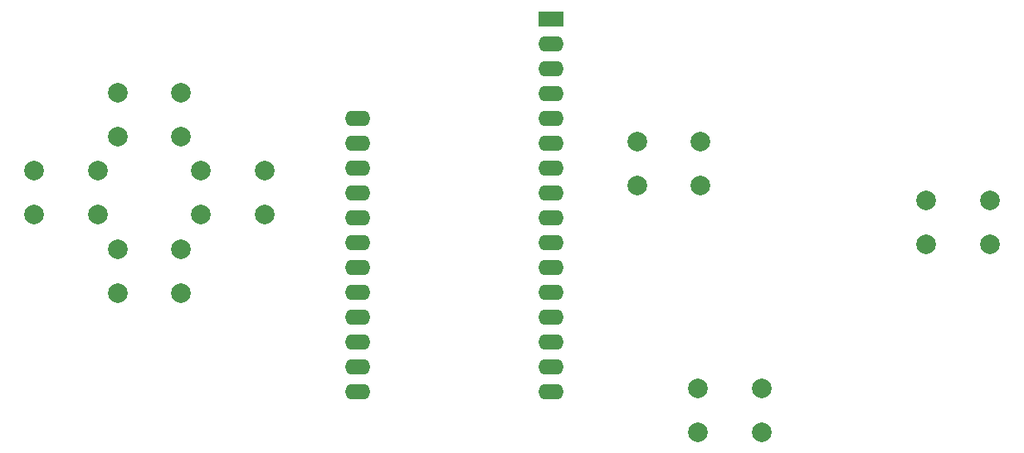
<source format=gbr>
%TF.GenerationSoftware,KiCad,Pcbnew,9.0.6*%
%TF.CreationDate,2025-11-30T22:40:07-05:00*%
%TF.ProjectId,BMO_Controller_PCB,424d4f5f-436f-46e7-9472-6f6c6c65725f,rev?*%
%TF.SameCoordinates,Original*%
%TF.FileFunction,Soldermask,Top*%
%TF.FilePolarity,Negative*%
%FSLAX46Y46*%
G04 Gerber Fmt 4.6, Leading zero omitted, Abs format (unit mm)*
G04 Created by KiCad (PCBNEW 9.0.6) date 2025-11-30 22:40:07*
%MOMM*%
%LPD*%
G01*
G04 APERTURE LIST*
G04 Aperture macros list*
%AMRoundRect*
0 Rectangle with rounded corners*
0 $1 Rounding radius*
0 $2 $3 $4 $5 $6 $7 $8 $9 X,Y pos of 4 corners*
0 Add a 4 corners polygon primitive as box body*
4,1,4,$2,$3,$4,$5,$6,$7,$8,$9,$2,$3,0*
0 Add four circle primitives for the rounded corners*
1,1,$1+$1,$2,$3*
1,1,$1+$1,$4,$5*
1,1,$1+$1,$6,$7*
1,1,$1+$1,$8,$9*
0 Add four rect primitives between the rounded corners*
20,1,$1+$1,$2,$3,$4,$5,0*
20,1,$1+$1,$4,$5,$6,$7,0*
20,1,$1+$1,$6,$7,$8,$9,0*
20,1,$1+$1,$8,$9,$2,$3,0*%
G04 Aperture macros list end*
%ADD10C,2.000000*%
%ADD11RoundRect,0.250000X1.050000X0.550000X-1.050000X0.550000X-1.050000X-0.550000X1.050000X-0.550000X0*%
%ADD12O,2.600000X1.600000*%
G04 APERTURE END LIST*
D10*
%TO.C,SW7*%
X179500000Y-88000000D03*
X186000000Y-88000000D03*
X179500000Y-92500000D03*
X186000000Y-92500000D03*
%TD*%
%TO.C,SW4*%
X88500000Y-85000000D03*
X95000000Y-85000000D03*
X88500000Y-89500000D03*
X95000000Y-89500000D03*
%TD*%
%TO.C,SW2*%
X105500000Y-85000000D03*
X112000000Y-85000000D03*
X105500000Y-89500000D03*
X112000000Y-89500000D03*
%TD*%
%TO.C,SW3*%
X97000000Y-93000000D03*
X103500000Y-93000000D03*
X97000000Y-97500000D03*
X103500000Y-97500000D03*
%TD*%
%TO.C,SW6*%
X156250000Y-107250000D03*
X162750000Y-107250000D03*
X156250000Y-111750000D03*
X162750000Y-111750000D03*
%TD*%
%TO.C,SW5*%
X150000000Y-82000000D03*
X156500000Y-82000000D03*
X150000000Y-86500000D03*
X156500000Y-86500000D03*
%TD*%
%TO.C,SW1*%
X97000000Y-77000000D03*
X103500000Y-77000000D03*
X97000000Y-81500000D03*
X103500000Y-81500000D03*
%TD*%
D11*
%TO.C,A1*%
X141200000Y-69460000D03*
D12*
X141200000Y-72000000D03*
X141200000Y-74540000D03*
X141200000Y-77080000D03*
X141200000Y-79620000D03*
X141200000Y-82160000D03*
X141200000Y-84700000D03*
X141200000Y-87240000D03*
X141200000Y-89780000D03*
X141200000Y-92320000D03*
X141200000Y-94860000D03*
X141200000Y-97400000D03*
X141200000Y-99940000D03*
X141200000Y-102480000D03*
X141200000Y-105020000D03*
X141200000Y-107560000D03*
X121480000Y-107560000D03*
X121480000Y-105020000D03*
X121480000Y-102480000D03*
X121480000Y-99940000D03*
X121480000Y-97400000D03*
X121480000Y-94860000D03*
X121480000Y-92320000D03*
X121480000Y-89780000D03*
X121480000Y-87240000D03*
X121480000Y-84700000D03*
X121480000Y-82160000D03*
X121480000Y-79620000D03*
%TD*%
M02*

</source>
